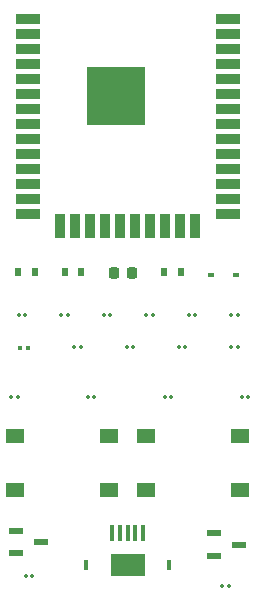
<source format=gtp>
%TF.GenerationSoftware,KiCad,Pcbnew,(5.99.0-11435-g252647e93c)*%
%TF.CreationDate,2021-07-20T11:27:31+10:00*%
%TF.ProjectId,ESP32 Clone devkit,45535033-3220-4436-9c6f-6e6520646576,1*%
%TF.SameCoordinates,Original*%
%TF.FileFunction,Paste,Top*%
%TF.FilePolarity,Positive*%
%FSLAX46Y46*%
G04 Gerber Fmt 4.6, Leading zero omitted, Abs format (unit mm)*
G04 Created by KiCad (PCBNEW (5.99.0-11435-g252647e93c)) date 2021-07-20 11:27:31*
%MOMM*%
%LPD*%
G01*
G04 APERTURE LIST*
G04 Aperture macros list*
%AMRoundRect*
0 Rectangle with rounded corners*
0 $1 Rounding radius*
0 $2 $3 $4 $5 $6 $7 $8 $9 X,Y pos of 4 corners*
0 Add a 4 corners polygon primitive as box body*
4,1,4,$2,$3,$4,$5,$6,$7,$8,$9,$2,$3,0*
0 Add four circle primitives for the rounded corners*
1,1,$1+$1,$2,$3*
1,1,$1+$1,$4,$5*
1,1,$1+$1,$6,$7*
1,1,$1+$1,$8,$9*
0 Add four rect primitives between the rounded corners*
20,1,$1+$1,$2,$3,$4,$5,0*
20,1,$1+$1,$4,$5,$6,$7,0*
20,1,$1+$1,$6,$7,$8,$9,0*
20,1,$1+$1,$8,$9,$2,$3,0*%
G04 Aperture macros list end*
%ADD10R,0.300000X0.850000*%
%ADD11R,2.900000X1.900000*%
%ADD12R,0.400000X1.350000*%
%ADD13R,5.000000X5.000000*%
%ADD14R,2.000000X0.900000*%
%ADD15R,0.900000X2.000000*%
%ADD16RoundRect,0.067500X-0.067500X-0.067500X0.067500X-0.067500X0.067500X0.067500X-0.067500X0.067500X0*%
%ADD17RoundRect,0.067500X0.067500X0.067500X-0.067500X0.067500X-0.067500X-0.067500X0.067500X-0.067500X0*%
%ADD18R,1.550000X1.300000*%
%ADD19R,1.300000X0.600000*%
%ADD20R,0.600000X0.700000*%
%ADD21R,0.600000X0.450000*%
%ADD22RoundRect,0.218750X-0.218750X-0.256250X0.218750X-0.256250X0.218750X0.256250X-0.218750X0.256250X0*%
%ADD23RoundRect,0.079500X-0.079500X-0.100500X0.079500X-0.100500X0.079500X0.100500X-0.079500X0.100500X0*%
G04 APERTURE END LIST*
D10*
%TO.C,J1*%
X86162000Y-117326000D03*
X93162000Y-117326000D03*
D11*
X89662000Y-117326000D03*
D12*
X90312000Y-114651000D03*
X90962000Y-114651000D03*
X89662000Y-114651000D03*
X89012000Y-114651000D03*
X88362000Y-114651000D03*
%TD*%
D13*
%TO.C,MOD1*%
X88677000Y-77620000D03*
D14*
X98177000Y-87630000D03*
X98177000Y-86360000D03*
X98177000Y-85090000D03*
X98177000Y-83820000D03*
X98177000Y-82550000D03*
X98177000Y-81280000D03*
X98177000Y-80010000D03*
X98177000Y-78740000D03*
X98177000Y-77470000D03*
X98177000Y-76200000D03*
X98177000Y-74930000D03*
X98177000Y-73660000D03*
X98177000Y-72390000D03*
X98177000Y-71120000D03*
X81177000Y-87630000D03*
X81177000Y-86360000D03*
X81177000Y-85090000D03*
X81177000Y-83820000D03*
X81177000Y-82550000D03*
X81177000Y-81280000D03*
X81177000Y-80010000D03*
X81177000Y-78740000D03*
X81177000Y-77470000D03*
X81177000Y-76200000D03*
X81177000Y-74930000D03*
X81177000Y-73660000D03*
X81177000Y-72390000D03*
D15*
X95392000Y-88630000D03*
X94122000Y-88630000D03*
X92852000Y-88630000D03*
X91582000Y-88630000D03*
X90312000Y-88630000D03*
X89042000Y-88630000D03*
X87772000Y-88630000D03*
X86502000Y-88630000D03*
X85232000Y-88630000D03*
X83962000Y-88630000D03*
D14*
X81177000Y-71120000D03*
%TD*%
D16*
%TO.C,C20*%
X84043640Y-96215200D03*
X84593640Y-96215200D03*
%TD*%
D17*
%TO.C,C15*%
X80335800Y-103124000D03*
X79785800Y-103124000D03*
%TD*%
D18*
%TO.C,SW2*%
X99191000Y-110962000D03*
X91241000Y-110962000D03*
X99191000Y-106462000D03*
X91241000Y-106462000D03*
%TD*%
%TO.C,SW1*%
X88083000Y-110962000D03*
X80133000Y-110962000D03*
X88083000Y-106462000D03*
X80133000Y-106462000D03*
%TD*%
D16*
%TO.C,R26*%
X93337932Y-103124000D03*
X92787932Y-103124000D03*
%TD*%
%TO.C,R25*%
X86836866Y-103124000D03*
X86286866Y-103124000D03*
%TD*%
%TO.C,R24*%
X91788520Y-96215200D03*
X91238520Y-96215200D03*
%TD*%
%TO.C,R23*%
X94546700Y-98907600D03*
X93996700Y-98907600D03*
%TD*%
%TO.C,R22*%
X98196000Y-119126000D03*
X97646000Y-119126000D03*
%TD*%
D17*
%TO.C,R21*%
X81005000Y-118237000D03*
X81555000Y-118237000D03*
%TD*%
%TO.C,R18*%
X98433400Y-96215200D03*
X98983400Y-96215200D03*
%TD*%
D16*
%TO.C,R17*%
X95385960Y-96215200D03*
X94835960Y-96215200D03*
%TD*%
%TO.C,R11*%
X98979400Y-98907600D03*
X98429400Y-98907600D03*
%TD*%
%TO.C,R2*%
X90114000Y-98907600D03*
X89564000Y-98907600D03*
%TD*%
D19*
%TO.C,Q2*%
X96994000Y-114670800D03*
X96994000Y-116570800D03*
X99094000Y-115620800D03*
%TD*%
%TO.C,Q1*%
X80191000Y-114467600D03*
X80191000Y-116367600D03*
X82291000Y-115417600D03*
%TD*%
D20*
%TO.C,D6*%
X80376800Y-92510800D03*
X81776800Y-92510800D03*
%TD*%
%TO.C,D5*%
X84329900Y-92510800D03*
X85729900Y-92510800D03*
%TD*%
%TO.C,D4*%
X92736100Y-92510800D03*
X94136100Y-92510800D03*
%TD*%
D21*
%TO.C,D3*%
X98789200Y-92760800D03*
X96689200Y-92760800D03*
%TD*%
D22*
%TO.C,D1*%
X90040500Y-92580800D03*
X88465500Y-92580800D03*
%TD*%
D16*
%TO.C,C22*%
X80996200Y-96215200D03*
X80446200Y-96215200D03*
%TD*%
D23*
%TO.C,C21*%
X81218600Y-98957600D03*
X80528600Y-98957600D03*
%TD*%
D16*
%TO.C,C19*%
X85681300Y-98907600D03*
X85131300Y-98907600D03*
%TD*%
%TO.C,C14*%
X99839000Y-103124000D03*
X99289000Y-103124000D03*
%TD*%
%TO.C,C9*%
X88191080Y-96215200D03*
X87641080Y-96215200D03*
%TD*%
M02*

</source>
